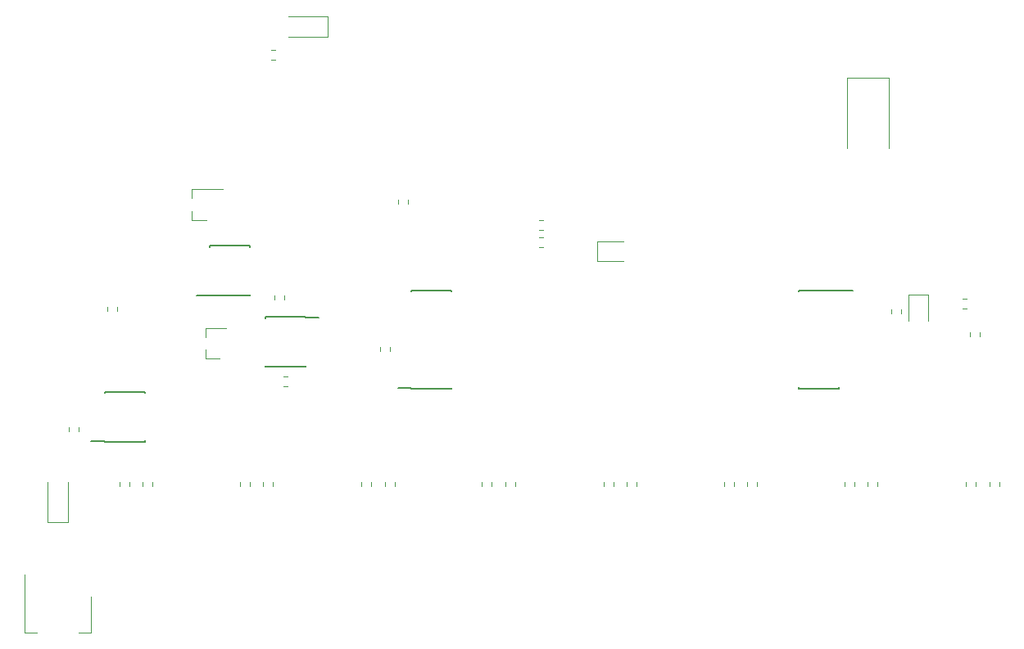
<source format=gbr>
G04 #@! TF.FileFunction,Legend,Bot*
%FSLAX46Y46*%
G04 Gerber Fmt 4.6, Leading zero omitted, Abs format (unit mm)*
G04 Created by KiCad (PCBNEW 4.0.7) date Wed Jul  4 11:14:09 2018*
%MOMM*%
%LPD*%
G01*
G04 APERTURE LIST*
%ADD10C,0.100000*%
%ADD11C,0.120000*%
%ADD12C,0.150000*%
G04 APERTURE END LIST*
D10*
D11*
X53391000Y-70568000D02*
X57486000Y-70568000D01*
X57486000Y-70568000D02*
X57486000Y-72688000D01*
X57486000Y-72688000D02*
X53391000Y-72688000D01*
X30651000Y-118796000D02*
X30651000Y-122891000D01*
X30651000Y-122891000D02*
X28531000Y-122891000D01*
X28531000Y-122891000D02*
X28531000Y-118796000D01*
X31752000Y-113504000D02*
X31752000Y-113064000D01*
X30732000Y-113504000D02*
X30732000Y-113064000D01*
X64768000Y-89569000D02*
X64768000Y-90009000D01*
X65788000Y-89569000D02*
X65788000Y-90009000D01*
X79722000Y-91692000D02*
X79282000Y-91692000D01*
X79722000Y-92712000D02*
X79282000Y-92712000D01*
X52036000Y-74039000D02*
X51596000Y-74039000D01*
X52036000Y-75059000D02*
X51596000Y-75059000D01*
X44833000Y-105974000D02*
X44833000Y-105044000D01*
X44833000Y-102814000D02*
X44833000Y-103744000D01*
X44833000Y-102814000D02*
X46993000Y-102814000D01*
X44833000Y-105974000D02*
X46293000Y-105974000D01*
X111134000Y-76934000D02*
X115434000Y-76934000D01*
X115434000Y-76934000D02*
X115434000Y-84234000D01*
X111134000Y-76934000D02*
X111134000Y-84234000D01*
X87995000Y-95879000D02*
X85295000Y-95879000D01*
X85295000Y-95879000D02*
X85295000Y-93859000D01*
X85295000Y-93859000D02*
X87995000Y-93859000D01*
X117481000Y-102092000D02*
X117481000Y-99392000D01*
X117481000Y-99392000D02*
X119501000Y-99392000D01*
X119501000Y-99392000D02*
X119501000Y-102092000D01*
X43436000Y-91623000D02*
X43436000Y-90693000D01*
X43436000Y-88463000D02*
X43436000Y-89393000D01*
X43436000Y-88463000D02*
X46596000Y-88463000D01*
X43436000Y-91623000D02*
X44896000Y-91623000D01*
X124843000Y-103725000D02*
X124843000Y-103285000D01*
X123823000Y-103725000D02*
X123823000Y-103285000D01*
X123537000Y-99820000D02*
X123097000Y-99820000D01*
X123537000Y-100840000D02*
X123097000Y-100840000D01*
X52866000Y-108841000D02*
X53306000Y-108841000D01*
X52866000Y-107821000D02*
X53306000Y-107821000D01*
X34669000Y-100618000D02*
X34669000Y-101058000D01*
X35689000Y-100618000D02*
X35689000Y-101058000D01*
X36959000Y-119219000D02*
X36959000Y-118779000D01*
X35939000Y-119219000D02*
X35939000Y-118779000D01*
X39372000Y-119219000D02*
X39372000Y-118779000D01*
X38352000Y-119219000D02*
X38352000Y-118779000D01*
X49405000Y-119219000D02*
X49405000Y-118779000D01*
X48385000Y-119219000D02*
X48385000Y-118779000D01*
X51818000Y-119219000D02*
X51818000Y-118779000D01*
X50798000Y-119219000D02*
X50798000Y-118779000D01*
X61978000Y-119219000D02*
X61978000Y-118779000D01*
X60958000Y-119219000D02*
X60958000Y-118779000D01*
X64391000Y-119219000D02*
X64391000Y-118779000D01*
X63371000Y-119219000D02*
X63371000Y-118779000D01*
X74424000Y-119219000D02*
X74424000Y-118779000D01*
X73404000Y-119219000D02*
X73404000Y-118779000D01*
X76837000Y-119219000D02*
X76837000Y-118779000D01*
X75817000Y-119219000D02*
X75817000Y-118779000D01*
X86997000Y-119219000D02*
X86997000Y-118779000D01*
X85977000Y-119219000D02*
X85977000Y-118779000D01*
X89410000Y-119219000D02*
X89410000Y-118779000D01*
X88390000Y-119219000D02*
X88390000Y-118779000D01*
X99443000Y-119219000D02*
X99443000Y-118779000D01*
X98423000Y-119219000D02*
X98423000Y-118779000D01*
X101856000Y-119219000D02*
X101856000Y-118779000D01*
X100836000Y-119219000D02*
X100836000Y-118779000D01*
X111889000Y-119219000D02*
X111889000Y-118779000D01*
X110869000Y-119219000D02*
X110869000Y-118779000D01*
X114302000Y-119219000D02*
X114302000Y-118779000D01*
X113282000Y-119219000D02*
X113282000Y-118779000D01*
X124462000Y-119219000D02*
X124462000Y-118779000D01*
X123442000Y-119219000D02*
X123442000Y-118779000D01*
X126875000Y-119219000D02*
X126875000Y-118779000D01*
X125855000Y-119219000D02*
X125855000Y-118779000D01*
X51941000Y-99475000D02*
X51941000Y-99915000D01*
X52961000Y-99475000D02*
X52961000Y-99915000D01*
X63883000Y-105249000D02*
X63883000Y-104809000D01*
X62863000Y-105249000D02*
X62863000Y-104809000D01*
X116715000Y-101312000D02*
X116715000Y-100872000D01*
X115695000Y-101312000D02*
X115695000Y-100872000D01*
X79722000Y-93470000D02*
X79282000Y-93470000D01*
X79722000Y-94490000D02*
X79282000Y-94490000D01*
X33001000Y-134371000D02*
X31741000Y-134371000D01*
X26181000Y-134371000D02*
X27441000Y-134371000D01*
X33001000Y-130611000D02*
X33001000Y-134371000D01*
X26181000Y-128361000D02*
X26181000Y-134371000D01*
D12*
X55161000Y-101692000D02*
X55161000Y-101742000D01*
X51011000Y-101692000D02*
X51011000Y-101837000D01*
X51011000Y-106842000D02*
X51011000Y-106697000D01*
X55161000Y-106842000D02*
X55161000Y-106697000D01*
X55161000Y-101692000D02*
X51011000Y-101692000D01*
X55161000Y-106842000D02*
X51011000Y-106842000D01*
X55161000Y-101742000D02*
X56561000Y-101742000D01*
X66124000Y-109088000D02*
X66124000Y-109063000D01*
X70274000Y-109088000D02*
X70274000Y-108983000D01*
X70274000Y-98938000D02*
X70274000Y-99043000D01*
X66124000Y-98938000D02*
X66124000Y-99043000D01*
X66124000Y-109088000D02*
X70274000Y-109088000D01*
X66124000Y-98938000D02*
X70274000Y-98938000D01*
X66124000Y-109063000D02*
X64749000Y-109063000D01*
X110325000Y-98925000D02*
X110325000Y-98950000D01*
X106175000Y-98925000D02*
X106175000Y-99030000D01*
X106175000Y-109075000D02*
X106175000Y-108970000D01*
X110325000Y-109075000D02*
X110325000Y-108970000D01*
X110325000Y-98925000D02*
X106175000Y-98925000D01*
X110325000Y-109075000D02*
X106175000Y-109075000D01*
X110325000Y-98950000D02*
X111700000Y-98950000D01*
X34425000Y-114575000D02*
X34425000Y-114525000D01*
X38575000Y-114575000D02*
X38575000Y-114430000D01*
X38575000Y-109425000D02*
X38575000Y-109570000D01*
X34425000Y-109425000D02*
X34425000Y-109570000D01*
X34425000Y-114575000D02*
X38575000Y-114575000D01*
X34425000Y-109425000D02*
X38575000Y-109425000D01*
X34425000Y-114525000D02*
X33025000Y-114525000D01*
X45296000Y-99476000D02*
X45296000Y-99426000D01*
X49446000Y-99476000D02*
X49446000Y-99331000D01*
X49446000Y-94326000D02*
X49446000Y-94471000D01*
X45296000Y-94326000D02*
X45296000Y-94471000D01*
X45296000Y-99476000D02*
X49446000Y-99476000D01*
X45296000Y-94326000D02*
X49446000Y-94326000D01*
X45296000Y-99426000D02*
X43896000Y-99426000D01*
M02*

</source>
